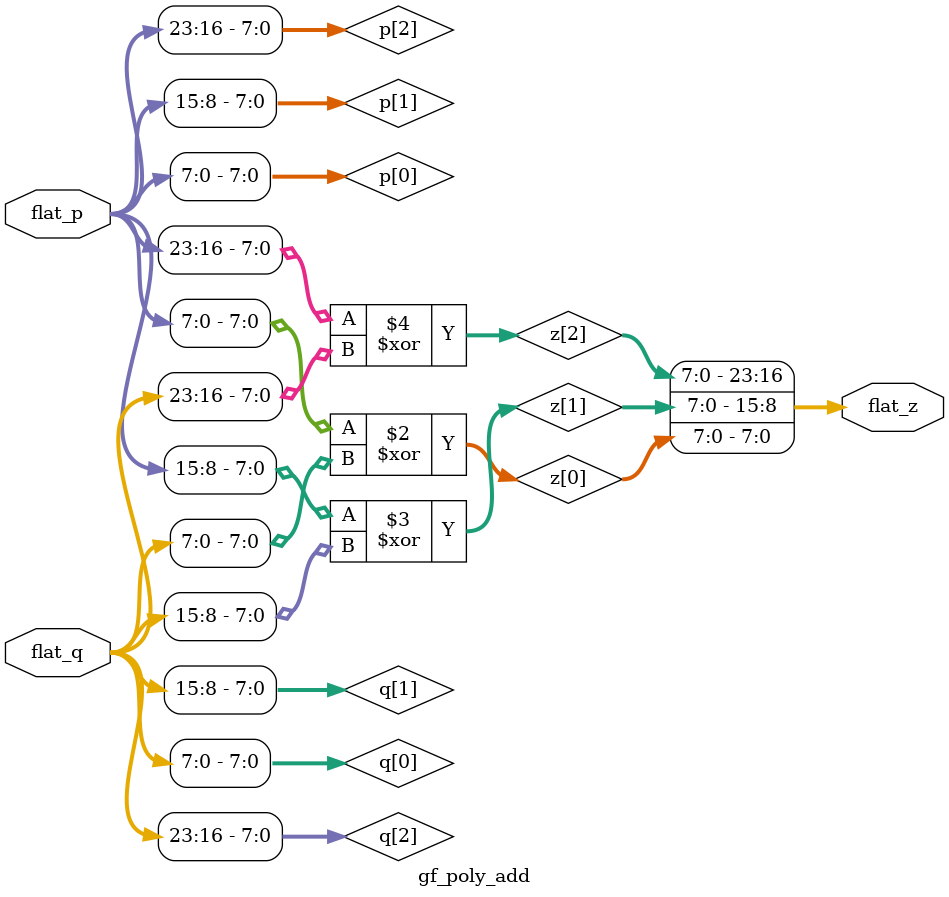
<source format=v>
module gf_poly_add(flat_p, flat_q, flat_z);

parameter m = 255;
parameter SIZE = $clog2(m);
parameter n = 2;
parameter flat_size = (n+1)*SIZE;

input [flat_size-1:0] flat_p, flat_q;
output [flat_size-1:0] flat_z;

wire [SIZE-1:0] p[0:n];
wire [SIZE-1:0] q[0:n];
wire [SIZE-1:0] z[0:n];

genvar i;

generate
	for (i = 0; i <= n; i = i + 1) begin
		assign p[i] = flat_p[((i+1)*SIZE)-1:i*SIZE];
		assign q[i] = flat_q[((i+1)*SIZE)-1:i*SIZE];
		assign z[i] = p[i] ^ q[i];
		assign flat_z[((i+1)*SIZE)-1:i*SIZE] = z[i];
	end
endgenerate

endmodule

</source>
